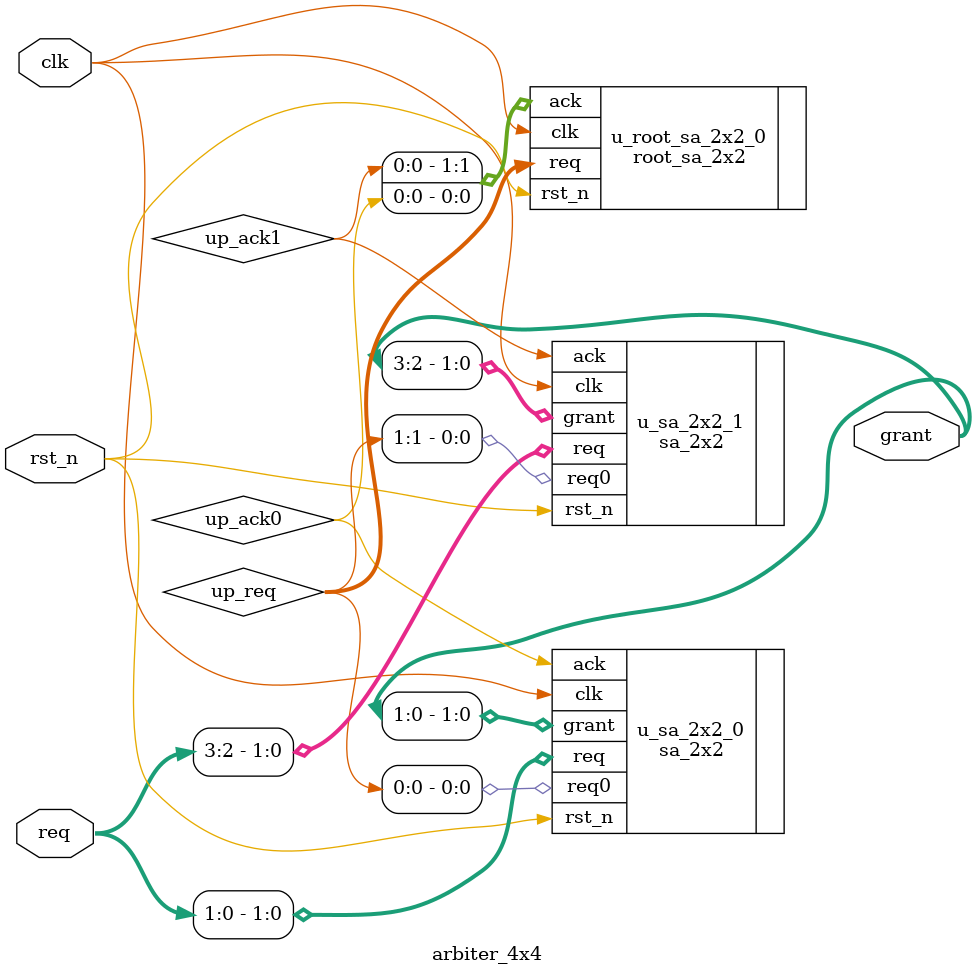
<source format=sv>
module arbiter_4x4(
  input	       [3:0]	req,
  //input               ack,

  output logic [3:0]	grant,

  input		            clk,
  input		            rst_n
);

logic up_ack0, up_ack1;
logic [1:0] up_req;

sa_2x2 u_sa_2x2_0(
  .ack(up_ack0),
  .req(req[1:0]),

  .grant(grant[1:0]),
  .req0(up_req[0]),

  .clk,
  .rst_n
);

sa_2x2 u_sa_2x2_1(
  .ack(up_ack1),
  .req(req[3:2]),

  .grant(grant[3:2]),
  .req0(up_req[1]),

  .clk,
  .rst_n
);


root_sa_2x2 u_root_sa_2x2_0(
  .req(up_req),

  .ack({up_ack1,up_ack0}),

  .clk,
  .rst_n
);

endmodule


</source>
